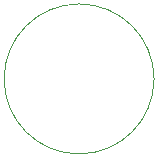
<source format=gm1>
G04 #@! TF.GenerationSoftware,KiCad,Pcbnew,9.0.0*
G04 #@! TF.CreationDate,2025-03-07T15:22:25-06:00*
G04 #@! TF.ProjectId,robo-roach-v1.0,726f626f-2d72-46f6-9163-682d76312e30,rev?*
G04 #@! TF.SameCoordinates,Original*
G04 #@! TF.FileFunction,Profile,NP*
%FSLAX46Y46*%
G04 Gerber Fmt 4.6, Leading zero omitted, Abs format (unit mm)*
G04 Created by KiCad (PCBNEW 9.0.0) date 2025-03-07 15:22:25*
%MOMM*%
%LPD*%
G01*
G04 APERTURE LIST*
G04 #@! TA.AperFunction,Profile*
%ADD10C,0.050000*%
G04 #@! TD*
G04 APERTURE END LIST*
D10*
X142870000Y-68580000D02*
G75*
G02*
X130170000Y-68580000I-6350000J0D01*
G01*
X130170000Y-68580000D02*
G75*
G02*
X142870000Y-68580000I6350000J0D01*
G01*
M02*

</source>
